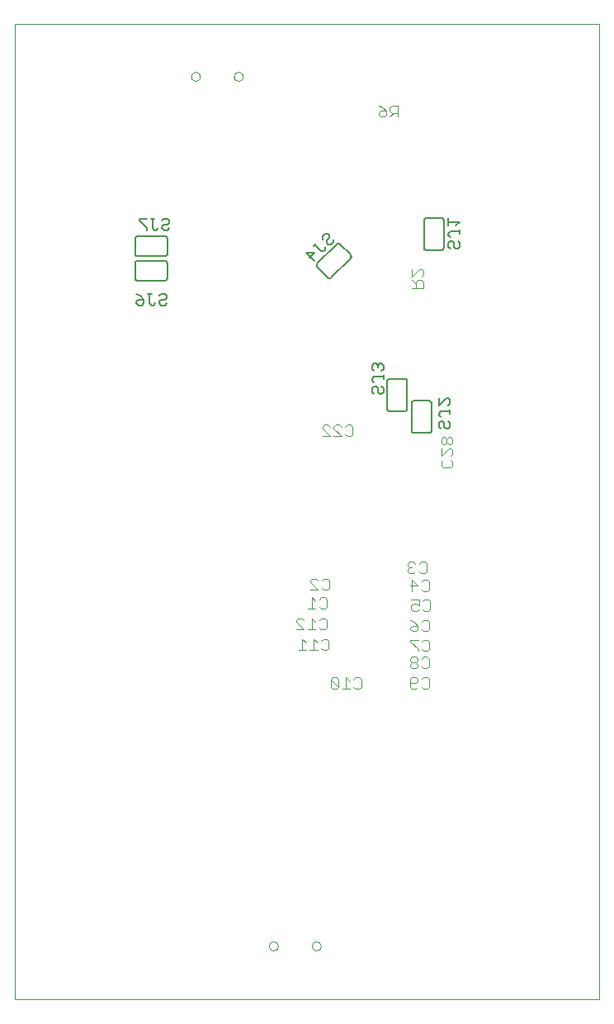
<source format=gbo>
G75*
%MOIN*%
%OFA0B0*%
%FSLAX24Y24*%
%IPPOS*%
%LPD*%
%AMOC8*
5,1,8,0,0,1.08239X$1,22.5*
%
%ADD10C,0.0000*%
%ADD11C,0.0040*%
%ADD12C,0.0060*%
%ADD13C,0.0050*%
D10*
X000169Y001990D02*
X000169Y041360D01*
X023791Y041360D01*
X023791Y001990D01*
X000169Y001990D01*
X010445Y004155D02*
X010447Y004181D01*
X010453Y004207D01*
X010463Y004232D01*
X010476Y004255D01*
X010492Y004275D01*
X010512Y004293D01*
X010534Y004308D01*
X010557Y004320D01*
X010583Y004328D01*
X010609Y004332D01*
X010635Y004332D01*
X010661Y004328D01*
X010687Y004320D01*
X010711Y004308D01*
X010732Y004293D01*
X010752Y004275D01*
X010768Y004255D01*
X010781Y004232D01*
X010791Y004207D01*
X010797Y004181D01*
X010799Y004155D01*
X010797Y004129D01*
X010791Y004103D01*
X010781Y004078D01*
X010768Y004055D01*
X010752Y004035D01*
X010732Y004017D01*
X010710Y004002D01*
X010687Y003990D01*
X010661Y003982D01*
X010635Y003978D01*
X010609Y003978D01*
X010583Y003982D01*
X010557Y003990D01*
X010533Y004002D01*
X010512Y004017D01*
X010492Y004035D01*
X010476Y004055D01*
X010463Y004078D01*
X010453Y004103D01*
X010447Y004129D01*
X010445Y004155D01*
X012177Y004155D02*
X012179Y004181D01*
X012185Y004207D01*
X012195Y004232D01*
X012208Y004255D01*
X012224Y004275D01*
X012244Y004293D01*
X012266Y004308D01*
X012289Y004320D01*
X012315Y004328D01*
X012341Y004332D01*
X012367Y004332D01*
X012393Y004328D01*
X012419Y004320D01*
X012443Y004308D01*
X012464Y004293D01*
X012484Y004275D01*
X012500Y004255D01*
X012513Y004232D01*
X012523Y004207D01*
X012529Y004181D01*
X012531Y004155D01*
X012529Y004129D01*
X012523Y004103D01*
X012513Y004078D01*
X012500Y004055D01*
X012484Y004035D01*
X012464Y004017D01*
X012442Y004002D01*
X012419Y003990D01*
X012393Y003982D01*
X012367Y003978D01*
X012341Y003978D01*
X012315Y003982D01*
X012289Y003990D01*
X012265Y004002D01*
X012244Y004017D01*
X012224Y004035D01*
X012208Y004055D01*
X012195Y004078D01*
X012185Y004103D01*
X012179Y004129D01*
X012177Y004155D01*
X009027Y039254D02*
X009029Y039280D01*
X009035Y039306D01*
X009045Y039331D01*
X009058Y039354D01*
X009074Y039374D01*
X009094Y039392D01*
X009116Y039407D01*
X009139Y039419D01*
X009165Y039427D01*
X009191Y039431D01*
X009217Y039431D01*
X009243Y039427D01*
X009269Y039419D01*
X009293Y039407D01*
X009314Y039392D01*
X009334Y039374D01*
X009350Y039354D01*
X009363Y039331D01*
X009373Y039306D01*
X009379Y039280D01*
X009381Y039254D01*
X009379Y039228D01*
X009373Y039202D01*
X009363Y039177D01*
X009350Y039154D01*
X009334Y039134D01*
X009314Y039116D01*
X009292Y039101D01*
X009269Y039089D01*
X009243Y039081D01*
X009217Y039077D01*
X009191Y039077D01*
X009165Y039081D01*
X009139Y039089D01*
X009115Y039101D01*
X009094Y039116D01*
X009074Y039134D01*
X009058Y039154D01*
X009045Y039177D01*
X009035Y039202D01*
X009029Y039228D01*
X009027Y039254D01*
X007295Y039254D02*
X007297Y039280D01*
X007303Y039306D01*
X007313Y039331D01*
X007326Y039354D01*
X007342Y039374D01*
X007362Y039392D01*
X007384Y039407D01*
X007407Y039419D01*
X007433Y039427D01*
X007459Y039431D01*
X007485Y039431D01*
X007511Y039427D01*
X007537Y039419D01*
X007561Y039407D01*
X007582Y039392D01*
X007602Y039374D01*
X007618Y039354D01*
X007631Y039331D01*
X007641Y039306D01*
X007647Y039280D01*
X007649Y039254D01*
X007647Y039228D01*
X007641Y039202D01*
X007631Y039177D01*
X007618Y039154D01*
X007602Y039134D01*
X007582Y039116D01*
X007560Y039101D01*
X007537Y039089D01*
X007511Y039081D01*
X007485Y039077D01*
X007459Y039077D01*
X007433Y039081D01*
X007407Y039089D01*
X007383Y039101D01*
X007362Y039116D01*
X007342Y039134D01*
X007326Y039154D01*
X007313Y039177D01*
X007303Y039202D01*
X007297Y039228D01*
X007295Y039254D01*
D11*
X014865Y038086D02*
X015018Y038009D01*
X015171Y037856D01*
X014941Y037856D01*
X014865Y037779D01*
X014865Y037702D01*
X014941Y037626D01*
X015095Y037626D01*
X015171Y037702D01*
X015171Y037856D01*
X015325Y037856D02*
X015402Y037779D01*
X015632Y037779D01*
X015632Y037626D02*
X015632Y038086D01*
X015402Y038086D01*
X015325Y038009D01*
X015325Y037856D01*
X015478Y037779D02*
X015325Y037626D01*
X016218Y031487D02*
X016218Y031180D01*
X016525Y031487D01*
X016602Y031487D01*
X016678Y031410D01*
X016678Y031257D01*
X016602Y031180D01*
X016602Y031027D02*
X016448Y031027D01*
X016371Y030950D01*
X016371Y030720D01*
X016218Y030720D02*
X016678Y030720D01*
X016678Y030950D01*
X016602Y031027D01*
X016371Y030873D02*
X016218Y031027D01*
X013749Y025191D02*
X013595Y025191D01*
X013518Y025114D01*
X013365Y025114D02*
X013288Y025191D01*
X013135Y025191D01*
X013058Y025114D01*
X013058Y025037D01*
X013365Y024730D01*
X013058Y024730D01*
X012905Y024730D02*
X012598Y025037D01*
X012598Y025114D01*
X012674Y025191D01*
X012828Y025191D01*
X012905Y025114D01*
X012905Y024730D02*
X012598Y024730D01*
X013518Y024807D02*
X013595Y024730D01*
X013749Y024730D01*
X013825Y024807D01*
X013825Y025114D01*
X013749Y025191D01*
X016119Y019659D02*
X016043Y019582D01*
X016043Y019506D01*
X016119Y019429D01*
X016043Y019352D01*
X016043Y019275D01*
X016119Y019199D01*
X016273Y019199D01*
X016349Y019275D01*
X016503Y019275D02*
X016580Y019199D01*
X016733Y019199D01*
X016810Y019275D01*
X016810Y019582D01*
X016733Y019659D01*
X016580Y019659D01*
X016503Y019582D01*
X016349Y019582D02*
X016273Y019659D01*
X016119Y019659D01*
X016119Y019429D02*
X016196Y019429D01*
X016218Y018935D02*
X016448Y018705D01*
X016141Y018705D01*
X016218Y018935D02*
X016218Y018474D01*
X016188Y018136D02*
X016495Y018136D01*
X016495Y017905D01*
X016342Y017982D01*
X016265Y017982D01*
X016188Y017905D01*
X016188Y017752D01*
X016265Y017675D01*
X016418Y017675D01*
X016495Y017752D01*
X016649Y017752D02*
X016725Y017675D01*
X016879Y017675D01*
X016956Y017752D01*
X016956Y018059D01*
X016879Y018136D01*
X016725Y018136D01*
X016649Y018059D01*
X016678Y018474D02*
X016601Y018551D01*
X016678Y018474D02*
X016832Y018474D01*
X016908Y018551D01*
X016908Y018858D01*
X016832Y018935D01*
X016678Y018935D01*
X016601Y018858D01*
X016690Y017317D02*
X016843Y017317D01*
X016920Y017240D01*
X016920Y016933D01*
X016843Y016856D01*
X016690Y016856D01*
X016613Y016933D01*
X016460Y016933D02*
X016383Y016856D01*
X016229Y016856D01*
X016153Y016933D01*
X016153Y017010D01*
X016229Y017086D01*
X016460Y017086D01*
X016460Y016933D01*
X016460Y017086D02*
X016306Y017240D01*
X016153Y017317D01*
X016613Y017240D02*
X016690Y017317D01*
X016694Y016517D02*
X016847Y016517D01*
X016924Y016441D01*
X016924Y016134D01*
X016847Y016057D01*
X016694Y016057D01*
X016617Y016134D01*
X016464Y016134D02*
X016464Y016057D01*
X016464Y016134D02*
X016157Y016441D01*
X016157Y016517D01*
X016464Y016517D01*
X016617Y016441D02*
X016694Y016517D01*
X016674Y015824D02*
X016828Y015824D01*
X016904Y015748D01*
X016904Y015441D01*
X016828Y015364D01*
X016674Y015364D01*
X016597Y015441D01*
X016444Y015441D02*
X016367Y015364D01*
X016214Y015364D01*
X016137Y015441D01*
X016137Y015518D01*
X016214Y015594D01*
X016367Y015594D01*
X016444Y015671D01*
X016444Y015748D01*
X016367Y015824D01*
X016214Y015824D01*
X016137Y015748D01*
X016137Y015671D01*
X016214Y015594D01*
X016367Y015594D02*
X016444Y015518D01*
X016444Y015441D01*
X016597Y015748D02*
X016674Y015824D01*
X016678Y015002D02*
X016832Y015002D01*
X016908Y014925D01*
X016908Y014618D01*
X016832Y014541D01*
X016678Y014541D01*
X016601Y014618D01*
X016448Y014618D02*
X016371Y014541D01*
X016218Y014541D01*
X016141Y014618D01*
X016141Y014925D01*
X016218Y015002D01*
X016371Y015002D01*
X016448Y014925D01*
X016448Y014848D01*
X016371Y014771D01*
X016141Y014771D01*
X016601Y014925D02*
X016678Y015002D01*
X014165Y014917D02*
X014165Y014610D01*
X014088Y014533D01*
X013934Y014533D01*
X013858Y014610D01*
X013704Y014533D02*
X013397Y014533D01*
X013551Y014533D02*
X013551Y014994D01*
X013704Y014840D01*
X013858Y014917D02*
X013934Y014994D01*
X014088Y014994D01*
X014165Y014917D01*
X013244Y014917D02*
X013167Y014994D01*
X013014Y014994D01*
X012937Y014917D01*
X013244Y014610D01*
X013167Y014533D01*
X013014Y014533D01*
X012937Y014610D01*
X012937Y014917D01*
X013244Y014917D02*
X013244Y014610D01*
X012785Y016089D02*
X012631Y016089D01*
X012555Y016165D01*
X012401Y016089D02*
X012094Y016089D01*
X011941Y016089D02*
X011634Y016089D01*
X011787Y016089D02*
X011787Y016549D01*
X011941Y016395D01*
X012011Y016927D02*
X012318Y016927D01*
X012165Y016927D02*
X012165Y017387D01*
X012318Y017234D01*
X012472Y017311D02*
X012549Y017387D01*
X012702Y017387D01*
X012779Y017311D01*
X012779Y017004D01*
X012702Y016927D01*
X012549Y016927D01*
X012472Y017004D01*
X012631Y016549D02*
X012785Y016549D01*
X012861Y016472D01*
X012861Y016165D01*
X012785Y016089D01*
X012555Y016472D02*
X012631Y016549D01*
X012401Y016395D02*
X012248Y016549D01*
X012248Y016089D01*
X011858Y016927D02*
X011551Y017234D01*
X011551Y017311D01*
X011628Y017387D01*
X011781Y017387D01*
X011858Y017311D01*
X011858Y016927D02*
X011551Y016927D01*
X012015Y017770D02*
X012322Y017770D01*
X012169Y017770D02*
X012169Y018230D01*
X012322Y018077D01*
X012476Y018153D02*
X012553Y018230D01*
X012706Y018230D01*
X012783Y018153D01*
X012783Y017846D01*
X012706Y017770D01*
X012553Y017770D01*
X012476Y017846D01*
X012413Y018526D02*
X012106Y018526D01*
X012106Y018832D02*
X012106Y018909D01*
X012183Y018986D01*
X012336Y018986D01*
X012413Y018909D01*
X012566Y018909D02*
X012643Y018986D01*
X012797Y018986D01*
X012873Y018909D01*
X012873Y018602D01*
X012797Y018526D01*
X012643Y018526D01*
X012566Y018602D01*
X012413Y018526D02*
X012106Y018832D01*
X017398Y023548D02*
X017398Y023701D01*
X017474Y023778D01*
X017398Y023931D02*
X017704Y024238D01*
X017781Y024238D01*
X017858Y024162D01*
X017858Y024008D01*
X017781Y023931D01*
X017781Y023778D02*
X017858Y023701D01*
X017858Y023548D01*
X017781Y023471D01*
X017474Y023471D01*
X017398Y023548D01*
X017398Y023931D02*
X017398Y024238D01*
X017474Y024392D02*
X017551Y024392D01*
X017628Y024469D01*
X017628Y024622D01*
X017551Y024699D01*
X017474Y024699D01*
X017398Y024622D01*
X017398Y024469D01*
X017474Y024392D01*
X017628Y024469D02*
X017704Y024392D01*
X017781Y024392D01*
X017858Y024469D01*
X017858Y024622D01*
X017781Y024699D01*
X017704Y024699D01*
X017628Y024622D01*
D12*
X017006Y024963D02*
X017006Y026063D01*
X017004Y026080D01*
X017000Y026097D01*
X016993Y026113D01*
X016983Y026127D01*
X016970Y026140D01*
X016956Y026150D01*
X016940Y026157D01*
X016923Y026161D01*
X016906Y026163D01*
X016306Y026163D01*
X016289Y026161D01*
X016272Y026157D01*
X016256Y026150D01*
X016242Y026140D01*
X016229Y026127D01*
X016219Y026113D01*
X016212Y026097D01*
X016208Y026080D01*
X016206Y026063D01*
X016206Y024963D01*
X016208Y024946D01*
X016212Y024929D01*
X016219Y024913D01*
X016229Y024899D01*
X016242Y024886D01*
X016256Y024876D01*
X016272Y024869D01*
X016289Y024865D01*
X016306Y024863D01*
X016906Y024863D01*
X016923Y024865D01*
X016940Y024869D01*
X016956Y024876D01*
X016970Y024886D01*
X016983Y024899D01*
X016993Y024913D01*
X017000Y024929D01*
X017004Y024946D01*
X017006Y024963D01*
X016022Y025849D02*
X016022Y026949D01*
X016020Y026966D01*
X016016Y026983D01*
X016009Y026999D01*
X015999Y027013D01*
X015986Y027026D01*
X015972Y027036D01*
X015956Y027043D01*
X015939Y027047D01*
X015922Y027049D01*
X015322Y027049D01*
X015305Y027047D01*
X015288Y027043D01*
X015272Y027036D01*
X015258Y027026D01*
X015245Y027013D01*
X015235Y026999D01*
X015228Y026983D01*
X015224Y026966D01*
X015222Y026949D01*
X015222Y025849D01*
X015224Y025832D01*
X015228Y025815D01*
X015235Y025799D01*
X015245Y025785D01*
X015258Y025772D01*
X015272Y025762D01*
X015288Y025755D01*
X015305Y025751D01*
X015322Y025749D01*
X015922Y025749D01*
X015939Y025751D01*
X015956Y025755D01*
X015972Y025762D01*
X015986Y025772D01*
X015999Y025785D01*
X016009Y025799D01*
X016016Y025815D01*
X016020Y025832D01*
X016022Y025849D01*
X012957Y031141D02*
X013734Y031919D01*
X013735Y031918D02*
X013746Y031932D01*
X013755Y031947D01*
X013761Y031963D01*
X013764Y031980D01*
X013764Y031998D01*
X013761Y032015D01*
X013755Y032031D01*
X013746Y032046D01*
X013735Y032060D01*
X013734Y032060D02*
X013310Y032484D01*
X013310Y032485D02*
X013296Y032496D01*
X013281Y032505D01*
X013265Y032511D01*
X013248Y032514D01*
X013230Y032514D01*
X013213Y032511D01*
X013197Y032505D01*
X013182Y032496D01*
X013168Y032485D01*
X013169Y032484D02*
X012391Y031707D01*
X012380Y031693D01*
X012371Y031678D01*
X012365Y031662D01*
X012362Y031645D01*
X012362Y031627D01*
X012365Y031610D01*
X012371Y031594D01*
X012380Y031579D01*
X012391Y031565D01*
X012815Y031141D01*
X012829Y031130D01*
X012844Y031121D01*
X012860Y031115D01*
X012877Y031112D01*
X012895Y031112D01*
X012912Y031115D01*
X012928Y031121D01*
X012943Y031130D01*
X012957Y031141D01*
X016698Y032345D02*
X016698Y033445D01*
X016700Y033462D01*
X016704Y033479D01*
X016711Y033495D01*
X016721Y033509D01*
X016734Y033522D01*
X016748Y033532D01*
X016764Y033539D01*
X016781Y033543D01*
X016798Y033545D01*
X017398Y033545D01*
X017415Y033543D01*
X017432Y033539D01*
X017448Y033532D01*
X017462Y033522D01*
X017475Y033509D01*
X017485Y033495D01*
X017492Y033479D01*
X017496Y033462D01*
X017498Y033445D01*
X017498Y032345D01*
X017496Y032328D01*
X017492Y032311D01*
X017485Y032295D01*
X017475Y032281D01*
X017462Y032268D01*
X017448Y032258D01*
X017432Y032251D01*
X017415Y032247D01*
X017398Y032245D01*
X016798Y032245D01*
X016781Y032247D01*
X016764Y032251D01*
X016748Y032258D01*
X016734Y032268D01*
X016721Y032281D01*
X016711Y032295D01*
X016704Y032311D01*
X016700Y032328D01*
X016698Y032345D01*
X006331Y032103D02*
X006331Y032703D01*
X006329Y032720D01*
X006325Y032737D01*
X006318Y032753D01*
X006308Y032767D01*
X006295Y032780D01*
X006281Y032790D01*
X006265Y032797D01*
X006248Y032801D01*
X006231Y032803D01*
X005131Y032803D01*
X005114Y032801D01*
X005097Y032797D01*
X005081Y032790D01*
X005067Y032780D01*
X005054Y032767D01*
X005044Y032753D01*
X005037Y032737D01*
X005033Y032720D01*
X005031Y032703D01*
X005031Y032103D01*
X005033Y032086D01*
X005037Y032069D01*
X005044Y032053D01*
X005054Y032039D01*
X005067Y032026D01*
X005081Y032016D01*
X005097Y032009D01*
X005114Y032005D01*
X005131Y032003D01*
X006231Y032003D01*
X006248Y032005D01*
X006265Y032009D01*
X006281Y032016D01*
X006295Y032026D01*
X006308Y032039D01*
X006318Y032053D01*
X006325Y032069D01*
X006329Y032086D01*
X006331Y032103D01*
X006231Y031819D02*
X005131Y031819D01*
X005114Y031817D01*
X005097Y031813D01*
X005081Y031806D01*
X005067Y031796D01*
X005054Y031783D01*
X005044Y031769D01*
X005037Y031753D01*
X005033Y031736D01*
X005031Y031719D01*
X005031Y031119D01*
X005033Y031102D01*
X005037Y031085D01*
X005044Y031069D01*
X005054Y031055D01*
X005067Y031042D01*
X005081Y031032D01*
X005097Y031025D01*
X005114Y031021D01*
X005131Y031019D01*
X006231Y031019D01*
X006248Y031021D01*
X006265Y031025D01*
X006281Y031032D01*
X006295Y031042D01*
X006308Y031055D01*
X006318Y031069D01*
X006325Y031085D01*
X006329Y031102D01*
X006331Y031119D01*
X006331Y031719D01*
X006329Y031736D01*
X006325Y031753D01*
X006318Y031769D01*
X006308Y031783D01*
X006295Y031796D01*
X006281Y031806D01*
X006265Y031813D01*
X006248Y031817D01*
X006231Y031819D01*
D13*
X006201Y033053D02*
X006351Y033053D01*
X006426Y033128D01*
X006351Y033278D02*
X006201Y033278D01*
X006126Y033203D01*
X006126Y033128D01*
X006201Y033053D01*
X005966Y033128D02*
X005891Y033053D01*
X005816Y033053D01*
X005741Y033128D01*
X005741Y033503D01*
X005816Y033503D02*
X005666Y033503D01*
X005505Y033503D02*
X005205Y033503D01*
X005205Y033428D01*
X005505Y033128D01*
X005505Y033053D01*
X006126Y033428D02*
X006201Y033503D01*
X006351Y033503D01*
X006426Y033428D01*
X006426Y033353D01*
X006351Y033278D01*
X006233Y030472D02*
X006083Y030472D01*
X006008Y030397D01*
X006083Y030247D02*
X006008Y030172D01*
X006008Y030097D01*
X006083Y030021D01*
X006233Y030021D01*
X006308Y030097D01*
X006233Y030247D02*
X006083Y030247D01*
X006233Y030247D02*
X006308Y030322D01*
X006308Y030397D01*
X006233Y030472D01*
X005848Y030097D02*
X005773Y030021D01*
X005698Y030021D01*
X005623Y030097D01*
X005623Y030472D01*
X005698Y030472D02*
X005548Y030472D01*
X005387Y030247D02*
X005162Y030247D01*
X005087Y030172D01*
X005087Y030097D01*
X005162Y030021D01*
X005312Y030021D01*
X005387Y030097D01*
X005387Y030247D01*
X005237Y030397D01*
X005087Y030472D01*
X011961Y032138D02*
X012280Y032138D01*
X012067Y031926D01*
X011961Y032138D02*
X012280Y031819D01*
X012552Y032198D02*
X012287Y032463D01*
X012234Y032410D02*
X012340Y032517D01*
X012612Y032683D02*
X012612Y032789D01*
X012718Y032895D01*
X012825Y032895D01*
X012878Y032842D01*
X012878Y032736D01*
X012771Y032630D01*
X012771Y032524D01*
X012825Y032471D01*
X012931Y032471D01*
X013037Y032577D01*
X013037Y032683D01*
X012711Y032357D02*
X012711Y032251D01*
X012658Y032198D01*
X012552Y032198D01*
X014693Y027662D02*
X014618Y027587D01*
X014618Y027437D01*
X014693Y027362D01*
X014843Y027512D02*
X014843Y027587D01*
X014768Y027662D01*
X014693Y027662D01*
X014843Y027587D02*
X014918Y027662D01*
X014993Y027662D01*
X015068Y027587D01*
X015068Y027437D01*
X014993Y027362D01*
X015068Y027202D02*
X015068Y027052D01*
X015068Y027127D02*
X014693Y027127D01*
X014618Y027052D01*
X014618Y026977D01*
X014693Y026901D01*
X014693Y026741D02*
X014618Y026666D01*
X014618Y026516D01*
X014693Y026441D01*
X014843Y026516D02*
X014843Y026666D01*
X014768Y026741D01*
X014693Y026741D01*
X014843Y026516D02*
X014918Y026441D01*
X014993Y026441D01*
X015068Y026516D01*
X015068Y026666D01*
X014993Y026741D01*
X017295Y026264D02*
X017295Y025964D01*
X017595Y026264D01*
X017670Y026264D01*
X017745Y026189D01*
X017745Y026039D01*
X017670Y025964D01*
X017745Y025804D02*
X017745Y025654D01*
X017745Y025729D02*
X017370Y025729D01*
X017295Y025654D01*
X017295Y025579D01*
X017370Y025504D01*
X017370Y025344D02*
X017295Y025269D01*
X017295Y025118D01*
X017370Y025043D01*
X017520Y025118D02*
X017520Y025269D01*
X017445Y025344D01*
X017370Y025344D01*
X017520Y025118D02*
X017595Y025043D01*
X017670Y025043D01*
X017745Y025118D01*
X017745Y025269D01*
X017670Y025344D01*
X017766Y032310D02*
X017691Y032385D01*
X017691Y032535D01*
X017766Y032610D01*
X017841Y032610D01*
X017916Y032535D01*
X017916Y032385D01*
X017991Y032310D01*
X018066Y032310D01*
X018142Y032385D01*
X018142Y032535D01*
X018066Y032610D01*
X018142Y032920D02*
X018142Y033070D01*
X018142Y032995D02*
X017766Y032995D01*
X017691Y032920D01*
X017691Y032845D01*
X017766Y032770D01*
X017691Y033230D02*
X017691Y033531D01*
X017691Y033381D02*
X018142Y033381D01*
X017991Y033230D01*
M02*

</source>
